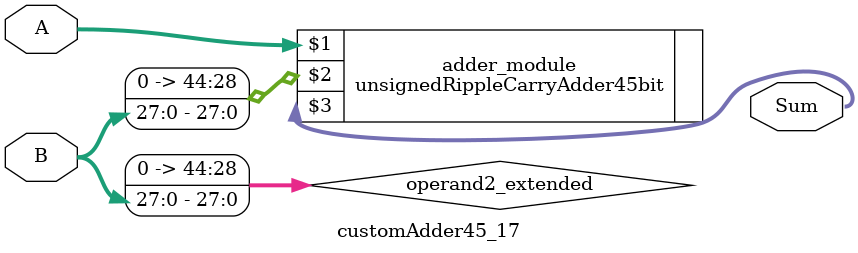
<source format=v>
module customAdder45_17(
                        input [44 : 0] A,
                        input [27 : 0] B,
                        
                        output [45 : 0] Sum
                );

        wire [44 : 0] operand2_extended;
        
        assign operand2_extended =  {17'b0, B};
        
        unsignedRippleCarryAdder45bit adder_module(
            A,
            operand2_extended,
            Sum
        );
        
        endmodule
        
</source>
